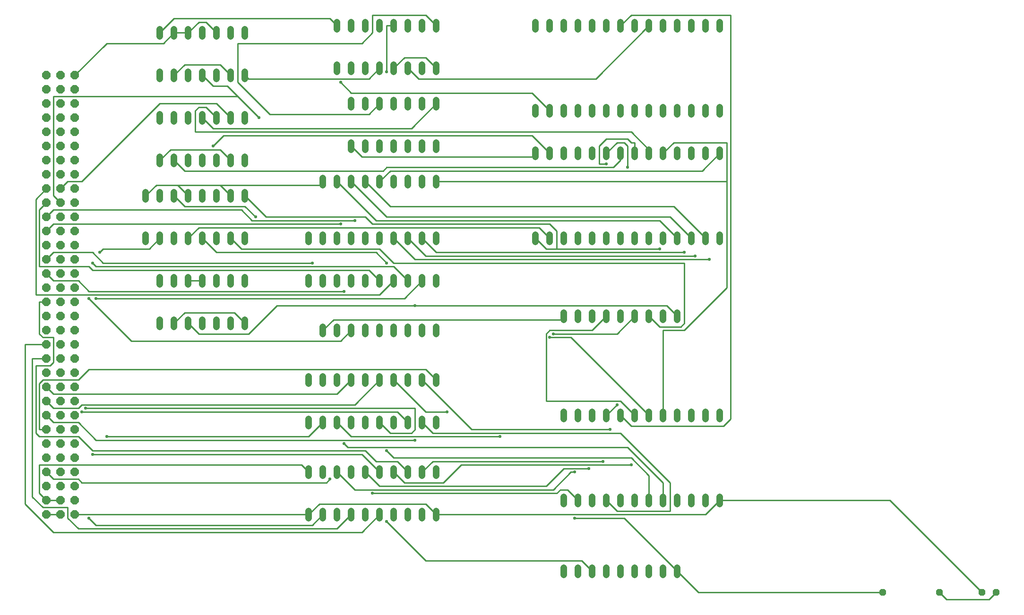
<source format=gbr>
G04 EAGLE Gerber RS-274X export*
G75*
%MOMM*%
%FSLAX34Y34*%
%LPD*%
%INBottom Copper*%
%IPPOS*%
%AMOC8*
5,1,8,0,0,1.08239X$1,22.5*%
G01*
%ADD10P,1.649562X8X202.500000*%
%ADD11P,1.319650X8X202.500000*%
%ADD12C,1.219200*%
%ADD13C,0.254000*%
%ADD14C,0.558800*%


D10*
X50800Y177800D03*
X50800Y203200D03*
X50800Y228600D03*
X50800Y254000D03*
X50800Y279400D03*
X50800Y304800D03*
X50800Y330200D03*
X50800Y355600D03*
X50800Y381000D03*
X50800Y406400D03*
X50800Y431800D03*
X50800Y457200D03*
X50800Y482600D03*
X50800Y508000D03*
X50800Y533400D03*
X50800Y558800D03*
X76200Y177800D03*
X76200Y203200D03*
X76200Y228600D03*
X76200Y254000D03*
X76200Y279400D03*
X76200Y304800D03*
X76200Y330200D03*
X76200Y355600D03*
X76200Y381000D03*
X76200Y406400D03*
X76200Y431800D03*
X76200Y457200D03*
X76200Y482600D03*
X76200Y508000D03*
X76200Y533400D03*
X76200Y558800D03*
X101600Y177800D03*
X101600Y203200D03*
X101600Y228600D03*
X101600Y254000D03*
X101600Y279400D03*
X101600Y304800D03*
X101600Y330200D03*
X101600Y355600D03*
X101600Y381000D03*
X101600Y406400D03*
X101600Y431800D03*
X101600Y457200D03*
X101600Y482600D03*
X101600Y508000D03*
X101600Y533400D03*
X101600Y558800D03*
X50800Y584200D03*
X50800Y609600D03*
X50800Y635000D03*
X50800Y660400D03*
X50800Y685800D03*
X50800Y711200D03*
X50800Y736600D03*
X50800Y762000D03*
X50800Y787400D03*
X50800Y812800D03*
X50800Y838200D03*
X50800Y863600D03*
X50800Y889000D03*
X50800Y914400D03*
X50800Y939800D03*
X50800Y965200D03*
X76200Y584200D03*
X76200Y609600D03*
X76200Y635000D03*
X76200Y660400D03*
X76200Y685800D03*
X76200Y711200D03*
X76200Y736600D03*
X76200Y762000D03*
X76200Y787400D03*
X76200Y812800D03*
X76200Y838200D03*
X76200Y863600D03*
X76200Y889000D03*
X76200Y914400D03*
X76200Y939800D03*
X76200Y965200D03*
X101600Y584200D03*
X101600Y609600D03*
X101600Y635000D03*
X101600Y660400D03*
X101600Y685800D03*
X101600Y711200D03*
X101600Y736600D03*
X101600Y762000D03*
X101600Y787400D03*
X101600Y812800D03*
X101600Y838200D03*
X101600Y863600D03*
X101600Y889000D03*
X101600Y914400D03*
X101600Y939800D03*
X101600Y965200D03*
D11*
X1752600Y38100D03*
X1727200Y38100D03*
X1651000Y38100D03*
X1549400Y38100D03*
D12*
X927100Y895604D02*
X927100Y907796D01*
X952500Y907796D02*
X952500Y895604D01*
X977900Y895604D02*
X977900Y907796D01*
X1003300Y907796D02*
X1003300Y895604D01*
X1028700Y895604D02*
X1028700Y907796D01*
X1054100Y907796D02*
X1054100Y895604D01*
X1079500Y895604D02*
X1079500Y907796D01*
X1104900Y907796D02*
X1104900Y895604D01*
X1130300Y895604D02*
X1130300Y907796D01*
X1155700Y907796D02*
X1155700Y895604D01*
X1181100Y895604D02*
X1181100Y907796D01*
X1206500Y907796D02*
X1206500Y895604D01*
X1231900Y895604D02*
X1231900Y907796D01*
X1257300Y907796D02*
X1257300Y895604D01*
X1257300Y1048004D02*
X1257300Y1060196D01*
X1231900Y1060196D02*
X1231900Y1048004D01*
X1206500Y1048004D02*
X1206500Y1060196D01*
X1181100Y1060196D02*
X1181100Y1048004D01*
X1155700Y1048004D02*
X1155700Y1060196D01*
X1130300Y1060196D02*
X1130300Y1048004D01*
X1104900Y1048004D02*
X1104900Y1060196D01*
X1079500Y1060196D02*
X1079500Y1048004D01*
X1054100Y1048004D02*
X1054100Y1060196D01*
X1028700Y1060196D02*
X1028700Y1048004D01*
X1003300Y1048004D02*
X1003300Y1060196D01*
X977900Y1060196D02*
X977900Y1048004D01*
X952500Y1048004D02*
X952500Y1060196D01*
X927100Y1060196D02*
X927100Y1048004D01*
X927100Y679196D02*
X927100Y667004D01*
X952500Y667004D02*
X952500Y679196D01*
X977900Y679196D02*
X977900Y667004D01*
X1003300Y667004D02*
X1003300Y679196D01*
X1028700Y679196D02*
X1028700Y667004D01*
X1054100Y667004D02*
X1054100Y679196D01*
X1079500Y679196D02*
X1079500Y667004D01*
X1104900Y667004D02*
X1104900Y679196D01*
X1130300Y679196D02*
X1130300Y667004D01*
X1155700Y667004D02*
X1155700Y679196D01*
X1181100Y679196D02*
X1181100Y667004D01*
X1206500Y667004D02*
X1206500Y679196D01*
X1231900Y679196D02*
X1231900Y667004D01*
X1257300Y667004D02*
X1257300Y679196D01*
X1257300Y819404D02*
X1257300Y831596D01*
X1231900Y831596D02*
X1231900Y819404D01*
X1206500Y819404D02*
X1206500Y831596D01*
X1181100Y831596D02*
X1181100Y819404D01*
X1155700Y819404D02*
X1155700Y831596D01*
X1130300Y831596D02*
X1130300Y819404D01*
X1104900Y819404D02*
X1104900Y831596D01*
X1079500Y831596D02*
X1079500Y819404D01*
X1054100Y819404D02*
X1054100Y831596D01*
X1028700Y831596D02*
X1028700Y819404D01*
X1003300Y819404D02*
X1003300Y831596D01*
X977900Y831596D02*
X977900Y819404D01*
X952500Y819404D02*
X952500Y831596D01*
X927100Y831596D02*
X927100Y819404D01*
X977900Y209296D02*
X977900Y197104D01*
X1003300Y197104D02*
X1003300Y209296D01*
X1130300Y209296D02*
X1130300Y197104D01*
X1155700Y197104D02*
X1155700Y209296D01*
X1028700Y209296D02*
X1028700Y197104D01*
X1054100Y197104D02*
X1054100Y209296D01*
X1104900Y209296D02*
X1104900Y197104D01*
X1079500Y197104D02*
X1079500Y209296D01*
X1181100Y209296D02*
X1181100Y197104D01*
X1206500Y197104D02*
X1206500Y209296D01*
X1231900Y209296D02*
X1231900Y197104D01*
X1257300Y197104D02*
X1257300Y209296D01*
X1257300Y349504D02*
X1257300Y361696D01*
X1231900Y361696D02*
X1231900Y349504D01*
X1206500Y349504D02*
X1206500Y361696D01*
X1181100Y361696D02*
X1181100Y349504D01*
X1155700Y349504D02*
X1155700Y361696D01*
X1130300Y361696D02*
X1130300Y349504D01*
X1104900Y349504D02*
X1104900Y361696D01*
X1079500Y361696D02*
X1079500Y349504D01*
X1054100Y349504D02*
X1054100Y361696D01*
X1028700Y361696D02*
X1028700Y349504D01*
X1003300Y349504D02*
X1003300Y361696D01*
X977900Y361696D02*
X977900Y349504D01*
X1181100Y82296D02*
X1181100Y70104D01*
X1155700Y70104D02*
X1155700Y82296D01*
X1130300Y82296D02*
X1130300Y70104D01*
X1104900Y70104D02*
X1104900Y82296D01*
X1079500Y82296D02*
X1079500Y70104D01*
X1054100Y70104D02*
X1054100Y82296D01*
X1028700Y82296D02*
X1028700Y70104D01*
X1003300Y70104D02*
X1003300Y82296D01*
X977900Y82296D02*
X977900Y70104D01*
X977900Y527304D02*
X977900Y539496D01*
X1003300Y539496D02*
X1003300Y527304D01*
X1028700Y527304D02*
X1028700Y539496D01*
X1054100Y539496D02*
X1054100Y527304D01*
X1079500Y527304D02*
X1079500Y539496D01*
X1104900Y539496D02*
X1104900Y527304D01*
X1130300Y527304D02*
X1130300Y539496D01*
X1155700Y539496D02*
X1155700Y527304D01*
X1181100Y527304D02*
X1181100Y539496D01*
X254000Y806704D02*
X254000Y818896D01*
X279400Y818896D02*
X279400Y806704D01*
X406400Y806704D02*
X406400Y818896D01*
X406400Y882904D02*
X406400Y895096D01*
X304800Y818896D02*
X304800Y806704D01*
X330200Y806704D02*
X330200Y818896D01*
X381000Y818896D02*
X381000Y806704D01*
X355600Y806704D02*
X355600Y818896D01*
X381000Y882904D02*
X381000Y895096D01*
X355600Y895096D02*
X355600Y882904D01*
X330200Y882904D02*
X330200Y895096D01*
X304800Y895096D02*
X304800Y882904D01*
X279400Y882904D02*
X279400Y895096D01*
X254000Y895096D02*
X254000Y882904D01*
X571500Y971804D02*
X571500Y983996D01*
X596900Y983996D02*
X596900Y971804D01*
X723900Y971804D02*
X723900Y983996D01*
X749300Y983996D02*
X749300Y971804D01*
X622300Y971804D02*
X622300Y983996D01*
X647700Y983996D02*
X647700Y971804D01*
X698500Y971804D02*
X698500Y983996D01*
X673100Y983996D02*
X673100Y971804D01*
X749300Y1048004D02*
X749300Y1060196D01*
X723900Y1060196D02*
X723900Y1048004D01*
X698500Y1048004D02*
X698500Y1060196D01*
X673100Y1060196D02*
X673100Y1048004D01*
X647700Y1048004D02*
X647700Y1060196D01*
X622300Y1060196D02*
X622300Y1048004D01*
X596900Y1048004D02*
X596900Y1060196D01*
X571500Y1060196D02*
X571500Y1048004D01*
X520700Y348996D02*
X520700Y336804D01*
X546100Y336804D02*
X546100Y348996D01*
X673100Y348996D02*
X673100Y336804D01*
X698500Y336804D02*
X698500Y348996D01*
X571500Y348996D02*
X571500Y336804D01*
X596900Y336804D02*
X596900Y348996D01*
X647700Y348996D02*
X647700Y336804D01*
X622300Y336804D02*
X622300Y348996D01*
X723900Y348996D02*
X723900Y336804D01*
X749300Y336804D02*
X749300Y348996D01*
X749300Y413004D02*
X749300Y425196D01*
X723900Y425196D02*
X723900Y413004D01*
X698500Y413004D02*
X698500Y425196D01*
X673100Y425196D02*
X673100Y413004D01*
X647700Y413004D02*
X647700Y425196D01*
X622300Y425196D02*
X622300Y413004D01*
X596900Y413004D02*
X596900Y425196D01*
X571500Y425196D02*
X571500Y413004D01*
X546100Y413004D02*
X546100Y425196D01*
X520700Y425196D02*
X520700Y413004D01*
X520700Y183896D02*
X520700Y171704D01*
X546100Y171704D02*
X546100Y183896D01*
X673100Y183896D02*
X673100Y171704D01*
X698500Y171704D02*
X698500Y183896D01*
X571500Y183896D02*
X571500Y171704D01*
X596900Y171704D02*
X596900Y183896D01*
X647700Y183896D02*
X647700Y171704D01*
X622300Y171704D02*
X622300Y183896D01*
X723900Y183896D02*
X723900Y171704D01*
X749300Y171704D02*
X749300Y183896D01*
X749300Y247904D02*
X749300Y260096D01*
X723900Y260096D02*
X723900Y247904D01*
X698500Y247904D02*
X698500Y260096D01*
X673100Y260096D02*
X673100Y247904D01*
X647700Y247904D02*
X647700Y260096D01*
X622300Y260096D02*
X622300Y247904D01*
X596900Y247904D02*
X596900Y260096D01*
X571500Y260096D02*
X571500Y247904D01*
X546100Y247904D02*
X546100Y260096D01*
X520700Y260096D02*
X520700Y247904D01*
X596900Y832104D02*
X596900Y844296D01*
X622300Y844296D02*
X622300Y832104D01*
X749300Y832104D02*
X749300Y844296D01*
X749300Y908304D02*
X749300Y920496D01*
X647700Y844296D02*
X647700Y832104D01*
X673100Y832104D02*
X673100Y844296D01*
X723900Y844296D02*
X723900Y832104D01*
X698500Y832104D02*
X698500Y844296D01*
X723900Y908304D02*
X723900Y920496D01*
X698500Y920496D02*
X698500Y908304D01*
X673100Y908304D02*
X673100Y920496D01*
X647700Y920496D02*
X647700Y908304D01*
X622300Y908304D02*
X622300Y920496D01*
X596900Y920496D02*
X596900Y908304D01*
X520700Y602996D02*
X520700Y590804D01*
X546100Y590804D02*
X546100Y602996D01*
X673100Y602996D02*
X673100Y590804D01*
X698500Y590804D02*
X698500Y602996D01*
X571500Y602996D02*
X571500Y590804D01*
X596900Y590804D02*
X596900Y602996D01*
X647700Y602996D02*
X647700Y590804D01*
X622300Y590804D02*
X622300Y602996D01*
X723900Y602996D02*
X723900Y590804D01*
X749300Y590804D02*
X749300Y602996D01*
X749300Y667004D02*
X749300Y679196D01*
X723900Y679196D02*
X723900Y667004D01*
X698500Y667004D02*
X698500Y679196D01*
X673100Y679196D02*
X673100Y667004D01*
X647700Y667004D02*
X647700Y679196D01*
X622300Y679196D02*
X622300Y667004D01*
X596900Y667004D02*
X596900Y679196D01*
X571500Y679196D02*
X571500Y667004D01*
X546100Y667004D02*
X546100Y679196D01*
X520700Y679196D02*
X520700Y667004D01*
X546100Y514096D02*
X546100Y501904D01*
X571500Y501904D02*
X571500Y514096D01*
X596900Y514096D02*
X596900Y501904D01*
X622300Y501904D02*
X622300Y514096D01*
X647700Y514096D02*
X647700Y501904D01*
X673100Y501904D02*
X673100Y514096D01*
X698500Y514096D02*
X698500Y501904D01*
X723900Y501904D02*
X723900Y514096D01*
X749300Y514096D02*
X749300Y501904D01*
X546100Y768604D02*
X546100Y780796D01*
X571500Y780796D02*
X571500Y768604D01*
X596900Y768604D02*
X596900Y780796D01*
X622300Y780796D02*
X622300Y768604D01*
X647700Y768604D02*
X647700Y780796D01*
X673100Y780796D02*
X673100Y768604D01*
X698500Y768604D02*
X698500Y780796D01*
X723900Y780796D02*
X723900Y768604D01*
X749300Y768604D02*
X749300Y780796D01*
X254000Y959104D02*
X254000Y971296D01*
X279400Y971296D02*
X279400Y959104D01*
X406400Y959104D02*
X406400Y971296D01*
X406400Y1035304D02*
X406400Y1047496D01*
X304800Y971296D02*
X304800Y959104D01*
X330200Y959104D02*
X330200Y971296D01*
X381000Y971296D02*
X381000Y959104D01*
X355600Y959104D02*
X355600Y971296D01*
X381000Y1035304D02*
X381000Y1047496D01*
X355600Y1047496D02*
X355600Y1035304D01*
X330200Y1035304D02*
X330200Y1047496D01*
X304800Y1047496D02*
X304800Y1035304D01*
X279400Y1035304D02*
X279400Y1047496D01*
X254000Y1047496D02*
X254000Y1035304D01*
X228600Y679196D02*
X228600Y667004D01*
X254000Y667004D02*
X254000Y679196D01*
X381000Y679196D02*
X381000Y667004D01*
X406400Y667004D02*
X406400Y679196D01*
X279400Y679196D02*
X279400Y667004D01*
X304800Y667004D02*
X304800Y679196D01*
X355600Y679196D02*
X355600Y667004D01*
X330200Y667004D02*
X330200Y679196D01*
X406400Y743204D02*
X406400Y755396D01*
X381000Y755396D02*
X381000Y743204D01*
X355600Y743204D02*
X355600Y755396D01*
X330200Y755396D02*
X330200Y743204D01*
X304800Y743204D02*
X304800Y755396D01*
X279400Y755396D02*
X279400Y743204D01*
X254000Y743204D02*
X254000Y755396D01*
X228600Y755396D02*
X228600Y743204D01*
X254000Y526796D02*
X254000Y514604D01*
X279400Y514604D02*
X279400Y526796D01*
X406400Y526796D02*
X406400Y514604D01*
X406400Y590804D02*
X406400Y602996D01*
X304800Y526796D02*
X304800Y514604D01*
X330200Y514604D02*
X330200Y526796D01*
X381000Y526796D02*
X381000Y514604D01*
X355600Y514604D02*
X355600Y526796D01*
X381000Y590804D02*
X381000Y602996D01*
X355600Y602996D02*
X355600Y590804D01*
X330200Y590804D02*
X330200Y602996D01*
X304800Y602996D02*
X304800Y590804D01*
X279400Y590804D02*
X279400Y602996D01*
X254000Y602996D02*
X254000Y590804D01*
D13*
X279400Y1041400D02*
X304800Y1041400D01*
X323850Y1060450D01*
X336550Y1060450D01*
X355600Y1041400D01*
X158750Y1022350D02*
X101600Y965200D01*
X158750Y1022350D02*
X260350Y1022350D01*
X279400Y1041400D01*
X387350Y539750D02*
X406400Y520700D01*
X387350Y539750D02*
X298450Y539750D01*
X279400Y520700D01*
X304800Y596900D02*
X330200Y596900D01*
X76200Y177800D02*
X50800Y177800D01*
X101600Y177800D02*
X520700Y177800D01*
X673100Y977900D02*
X692150Y996950D01*
X730250Y996950D01*
X749300Y977900D01*
X1257300Y203200D02*
X1231900Y177800D01*
X749300Y177800D01*
X1562100Y203200D02*
X1727200Y38100D01*
X1562100Y203200D02*
X1257300Y203200D01*
X539750Y196850D02*
X520700Y177800D01*
X539750Y196850D02*
X730250Y196850D01*
X749300Y177800D01*
X412750Y958850D02*
X406400Y965200D01*
X412750Y958850D02*
X628650Y958850D01*
X647700Y977900D01*
X920750Y819150D02*
X927100Y825500D01*
X920750Y819150D02*
X615950Y819150D01*
X596900Y838200D01*
X247650Y768350D02*
X228600Y749300D01*
X247650Y768350D02*
X285750Y768350D01*
X304800Y749300D01*
X361950Y768350D02*
X381000Y749300D01*
X361950Y768350D02*
X285750Y768350D01*
X539750Y768350D02*
X546100Y774700D01*
X539750Y768350D02*
X361950Y768350D01*
X571500Y1054100D02*
X558800Y1066800D01*
X279400Y1066800D01*
X254000Y1041400D01*
X1181100Y76200D02*
X1219200Y38100D01*
X1549400Y38100D01*
X76200Y203200D02*
X50800Y203200D01*
X38100Y215900D01*
X38100Y266700D01*
X508000Y266700D01*
X520700Y254000D01*
X971550Y527050D02*
X977900Y533400D01*
X971550Y527050D02*
X565150Y527050D01*
X546100Y508000D01*
X1085850Y171450D02*
X1181100Y76200D01*
X1085850Y171450D02*
X996950Y171450D01*
D14*
X996950Y171450D03*
D13*
X63500Y647700D02*
X50800Y635000D01*
X63500Y647700D02*
X133350Y647700D01*
X152400Y628650D01*
X527050Y628650D01*
D14*
X527050Y628650D03*
D13*
X203200Y488950D02*
X127000Y565150D01*
X203200Y488950D02*
X577850Y488950D01*
X596900Y508000D01*
D14*
X127000Y565150D03*
D13*
X50800Y711200D02*
X63500Y723900D01*
X400050Y723900D01*
X419100Y704850D01*
X603250Y704850D01*
D14*
X603250Y704850D03*
D13*
X50800Y736600D02*
X38100Y723900D01*
X38100Y622300D01*
X127000Y622300D01*
X133350Y615950D01*
X628650Y615950D01*
X647700Y596900D01*
X50800Y762000D02*
X31750Y742950D01*
X31750Y571500D01*
X647700Y571500D01*
X673100Y596900D01*
X139700Y622300D02*
X133350Y628650D01*
X139700Y622300D02*
X673100Y622300D01*
X698500Y596900D01*
D14*
X133350Y628650D03*
D13*
X63500Y698500D02*
X50800Y685800D01*
X63500Y698500D02*
X577850Y698500D01*
D14*
X577850Y698500D03*
D13*
X692150Y565150D02*
X139700Y565150D01*
X692150Y565150D02*
X723900Y596900D01*
D14*
X139700Y565150D03*
D13*
X520700Y317500D02*
X546100Y342900D01*
X520700Y317500D02*
X158750Y317500D01*
D14*
X158750Y317500D03*
D13*
X552450Y234950D02*
X558800Y241300D01*
X552450Y234950D02*
X114300Y234950D01*
X107950Y241300D01*
X63500Y241300D01*
X50800Y254000D01*
D14*
X558800Y241300D03*
D13*
X647700Y342900D02*
X666750Y323850D01*
X704850Y323850D01*
X711200Y330200D01*
X711200Y368300D01*
X120650Y368300D01*
D14*
X120650Y368300D03*
D13*
X679450Y361950D02*
X698500Y342900D01*
X679450Y361950D02*
X114300Y361950D01*
D14*
X114300Y361950D03*
D13*
X730250Y438150D02*
X749300Y419100D01*
X730250Y438150D02*
X127000Y438150D01*
X107950Y419100D01*
X44450Y419100D01*
X38100Y412750D01*
X38100Y330200D01*
X50800Y330200D01*
X139700Y311150D02*
X711200Y311150D01*
X139700Y311150D02*
X107950Y342900D01*
X63500Y342900D01*
X50800Y355600D01*
D14*
X711200Y311150D03*
D13*
X603250Y374650D02*
X647700Y419100D01*
X603250Y374650D02*
X114300Y374650D01*
X107950Y368300D01*
X63500Y368300D01*
X50800Y381000D01*
X571500Y393700D02*
X596900Y419100D01*
X571500Y393700D02*
X63500Y393700D01*
X50800Y406400D01*
X527050Y158750D02*
X546100Y177800D01*
X527050Y158750D02*
X139700Y158750D01*
X127000Y171450D01*
D14*
X127000Y171450D03*
D13*
X571500Y152400D02*
X596900Y177800D01*
X571500Y152400D02*
X107950Y152400D01*
X88900Y171450D01*
X88900Y190500D01*
X44450Y190500D01*
X25400Y209550D01*
X25400Y457200D01*
X50800Y457200D01*
X615950Y146050D02*
X647700Y177800D01*
X615950Y146050D02*
X63500Y146050D01*
X12700Y196850D01*
X12700Y482600D01*
X50800Y482600D01*
X679450Y273050D02*
X698500Y254000D01*
X679450Y273050D02*
X641350Y273050D01*
X622300Y292100D01*
X133350Y292100D01*
X107950Y317500D01*
X38100Y317500D01*
X31750Y323850D01*
X31750Y444500D01*
X57150Y444500D01*
X63500Y450850D01*
X63500Y495300D01*
X44450Y495300D01*
X38100Y501650D01*
X38100Y558800D01*
X50800Y558800D01*
X615950Y285750D02*
X647700Y254000D01*
X615950Y285750D02*
X133350Y285750D01*
D14*
X133350Y285750D03*
D13*
X127000Y577850D02*
X584200Y577850D01*
X127000Y577850D02*
X107950Y596900D01*
X63500Y596900D01*
X50800Y609600D01*
D14*
X584200Y577850D03*
D13*
X88900Y774700D02*
X76200Y762000D01*
X88900Y774700D02*
X114300Y774700D01*
X254000Y914400D01*
X355600Y914400D01*
X381000Y889000D01*
X393700Y927100D02*
X374650Y946150D01*
X393700Y927100D02*
X431800Y889000D01*
X374650Y946150D02*
X349250Y946150D01*
X330200Y965200D01*
X76200Y736600D02*
X63500Y749300D01*
X63500Y927100D01*
X393700Y927100D01*
D14*
X431800Y889000D03*
D13*
X1651000Y38100D02*
X1663700Y25400D01*
X1739900Y25400D01*
X1752600Y38100D01*
X590550Y298450D02*
X584200Y304800D01*
X590550Y298450D02*
X1092200Y298450D01*
X1155700Y234950D01*
X1155700Y203200D01*
D14*
X584200Y304800D03*
D13*
X660400Y292100D02*
X673100Y279400D01*
X1098550Y279400D01*
X1130300Y247650D01*
X1130300Y203200D01*
D14*
X660400Y292100D03*
D13*
X730250Y361950D02*
X673100Y419100D01*
X730250Y361950D02*
X768350Y361950D01*
D14*
X768350Y361950D03*
D13*
X812800Y330200D02*
X723900Y419100D01*
X812800Y330200D02*
X1060450Y330200D01*
D14*
X1060450Y330200D03*
D13*
X742950Y323850D02*
X723900Y342900D01*
X742950Y323850D02*
X1079500Y323850D01*
X1168400Y234950D01*
X1168400Y184150D01*
X1073150Y184150D01*
X1054100Y203200D01*
X730250Y95250D02*
X660400Y165100D01*
X730250Y95250D02*
X1009650Y95250D01*
X1028700Y76200D01*
D14*
X660400Y165100D03*
D13*
X635000Y215900D02*
X965200Y215900D01*
X971550Y222250D01*
X984250Y222250D01*
X1003300Y203200D01*
D14*
X635000Y215900D03*
D13*
X596900Y317500D02*
X571500Y342900D01*
X596900Y317500D02*
X863600Y317500D01*
D14*
X863600Y317500D03*
D13*
X603250Y222250D02*
X571500Y254000D01*
X603250Y222250D02*
X958850Y222250D01*
X990600Y254000D01*
X996950Y254000D01*
D14*
X996950Y254000D03*
D13*
X647700Y228600D02*
X622300Y254000D01*
X647700Y228600D02*
X946150Y228600D01*
X977900Y260350D01*
X1022350Y260350D01*
D14*
X1022350Y260350D03*
D13*
X692150Y234950D02*
X673100Y254000D01*
X692150Y234950D02*
X762000Y234950D01*
X793750Y266700D01*
X1098550Y266700D01*
X1028700Y508000D02*
X1054100Y533400D01*
X1028700Y508000D02*
X952500Y508000D01*
X946150Y501650D01*
X946150Y381000D01*
X1079500Y381000D01*
X1104900Y355600D01*
X1104900Y825500D02*
X1104900Y844550D01*
X1098550Y844550D01*
X1092200Y850900D01*
X1054100Y850900D01*
X1041400Y838200D01*
X1041400Y806450D01*
X1054100Y806450D01*
D14*
X1098550Y266700D03*
X1054100Y806450D03*
D13*
X742950Y273050D02*
X723900Y254000D01*
X742950Y273050D02*
X1047750Y273050D01*
X1054100Y355600D02*
X1073150Y374650D01*
X1054100Y825500D02*
X1073150Y844550D01*
X1085850Y844550D01*
X1092200Y838200D01*
X1092200Y800100D01*
D14*
X1047750Y273050D03*
X1073150Y374650D03*
X1092200Y800100D03*
D13*
X323850Y692150D02*
X304800Y673100D01*
X323850Y692150D02*
X933450Y692150D01*
X952500Y673100D01*
X1104900Y533400D02*
X1073150Y501650D01*
X958850Y501650D01*
X596900Y933450D02*
X577850Y952500D01*
X596900Y933450D02*
X920750Y933450D01*
X952500Y901700D01*
D14*
X958850Y501650D03*
X577850Y952500D03*
D13*
X1130300Y533400D02*
X1149350Y514350D01*
X1187450Y514350D01*
X1193800Y520700D01*
X1193800Y628650D01*
X673100Y628650D01*
X647700Y654050D01*
X400050Y654050D01*
X381000Y673100D01*
X444500Y711200D02*
X406400Y749300D01*
X444500Y711200D02*
X622300Y711200D01*
X635000Y698500D01*
X952500Y698500D01*
X965200Y685800D01*
X965200Y654050D01*
X946150Y654050D01*
X927100Y673100D01*
X965200Y654050D02*
X1149350Y654050D01*
D14*
X1149350Y654050D03*
D13*
X717550Y958850D02*
X698500Y977900D01*
X717550Y958850D02*
X1035050Y958850D01*
X1130300Y1054100D01*
X1162050Y552450D02*
X1181100Y533400D01*
X711200Y552450D02*
X463550Y552450D01*
X711200Y552450D02*
X1162050Y552450D01*
X463550Y552450D02*
X412750Y501650D01*
X323850Y501650D01*
X304800Y520700D01*
D14*
X711200Y552450D03*
D13*
X641350Y704850D02*
X571500Y774700D01*
X641350Y704850D02*
X1149350Y704850D01*
X1181100Y673100D01*
X660400Y711200D02*
X596900Y774700D01*
X660400Y711200D02*
X1168400Y711200D01*
X1206500Y673100D01*
X666750Y730250D02*
X622300Y774700D01*
X666750Y730250D02*
X1174750Y730250D01*
X1231900Y673100D01*
X666750Y793750D02*
X647700Y774700D01*
X666750Y793750D02*
X1225550Y793750D01*
X1257300Y825500D01*
X711200Y635000D02*
X673100Y673100D01*
X711200Y635000D02*
X1238250Y635000D01*
D14*
X1238250Y635000D03*
D13*
X730250Y641350D02*
X698500Y673100D01*
X730250Y641350D02*
X1212850Y641350D01*
D14*
X1212850Y641350D03*
D13*
X749300Y647700D02*
X723900Y673100D01*
X749300Y647700D02*
X1193800Y647700D01*
D14*
X1193800Y647700D03*
D13*
X1155700Y508000D02*
X1155700Y355600D01*
X1155700Y508000D02*
X1193800Y508000D01*
X1270000Y584200D01*
X1270000Y774700D02*
X1270000Y844550D01*
X1270000Y774700D02*
X1270000Y584200D01*
X1270000Y844550D02*
X1174750Y844550D01*
X1155700Y825500D01*
X1270000Y774700D02*
X749300Y774700D01*
X298450Y793750D02*
X279400Y812800D01*
X298450Y793750D02*
X654050Y793750D01*
X660400Y800100D01*
X1066800Y800100D01*
X1079500Y812800D01*
X1079500Y825500D01*
X1079500Y355600D02*
X1098550Y336550D01*
X1263650Y336550D01*
X1276350Y349250D01*
X1276350Y1073150D01*
X1098550Y1073150D01*
X1079500Y1054100D01*
X368300Y857250D02*
X349250Y838200D01*
X368300Y857250D02*
X920750Y857250D01*
X952500Y825500D01*
D14*
X349250Y838200D03*
D13*
X273050Y831850D02*
X254000Y812800D01*
X273050Y831850D02*
X361950Y831850D01*
X381000Y812800D01*
X355600Y889000D02*
X336550Y908050D01*
X323850Y908050D01*
X317500Y901700D01*
X317500Y863600D01*
X1098550Y863600D01*
X1130300Y831850D01*
X1130300Y825500D01*
X990600Y495300D02*
X1130300Y355600D01*
X990600Y495300D02*
X952500Y495300D01*
D14*
X952500Y495300D03*
D13*
X628650Y895350D02*
X647700Y914400D01*
X628650Y895350D02*
X450850Y895350D01*
X393700Y952500D01*
X393700Y1022350D01*
X615950Y1022350D01*
X635000Y1041400D01*
X635000Y1073150D01*
X730250Y1073150D01*
X749300Y1054100D01*
X660400Y1054100D02*
X660400Y971550D01*
X660400Y1054100D02*
X673100Y1054100D01*
D14*
X660400Y971550D03*
D13*
X349250Y869950D02*
X330200Y889000D01*
X349250Y869950D02*
X704850Y869950D01*
X749300Y914400D01*
X381000Y965200D02*
X361950Y984250D01*
X298450Y984250D01*
X279400Y965200D01*
X152400Y654050D02*
X146050Y647700D01*
X152400Y654050D02*
X234950Y654050D01*
X254000Y673100D01*
D14*
X146050Y647700D03*
D13*
X641350Y647700D02*
X660400Y628650D01*
X641350Y647700D02*
X355600Y647700D01*
X330200Y673100D01*
D14*
X660400Y628650D03*
D13*
X425450Y711200D02*
X406400Y730250D01*
X298450Y730250D01*
X279400Y749300D01*
D14*
X425450Y711200D03*
M02*

</source>
